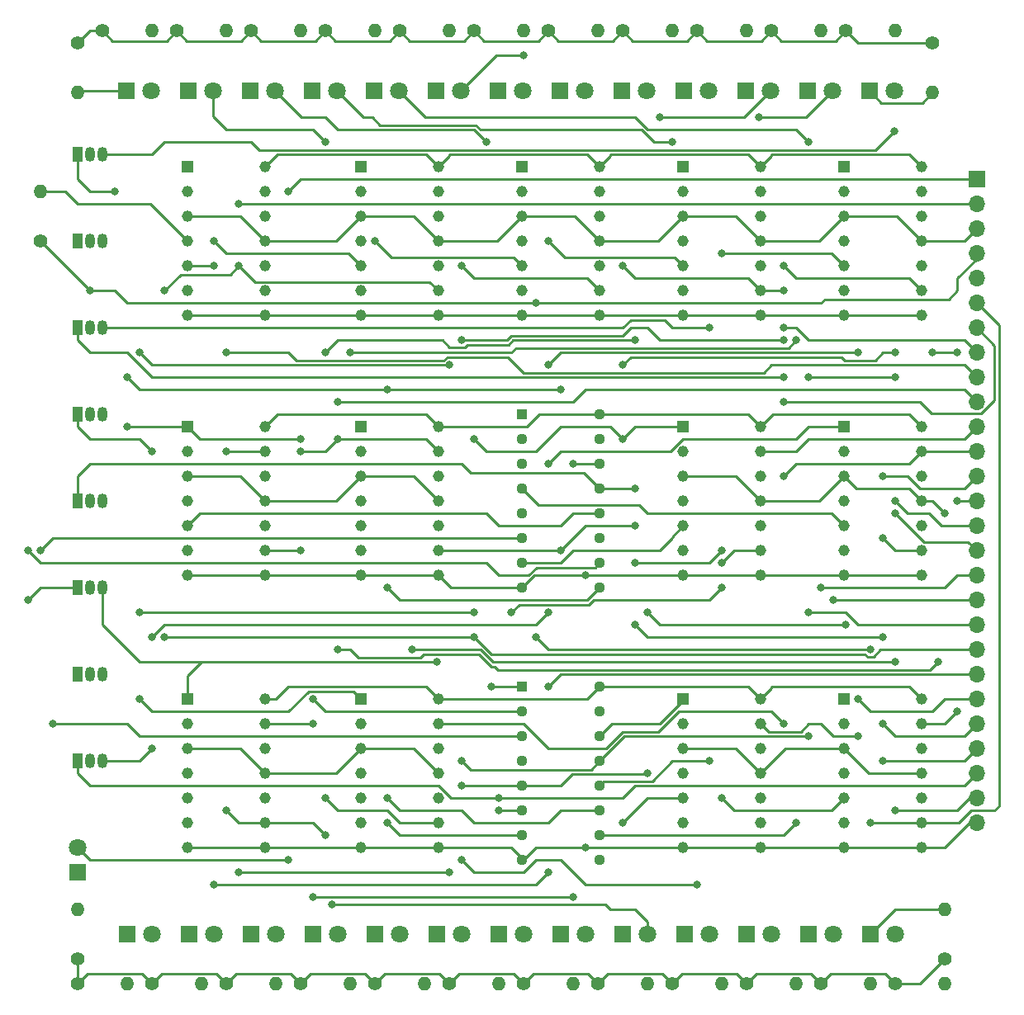
<source format=gbl>
%TF.GenerationSoftware,KiCad,Pcbnew,(6.0.9)*%
%TF.CreationDate,2025-06-05T13:51:01-04:00*%
%TF.ProjectId,ShiftRegisterPrototypeV2,53686966-7452-4656-9769-737465725072,V2*%
%TF.SameCoordinates,Original*%
%TF.FileFunction,Copper,L2,Bot*%
%TF.FilePolarity,Positive*%
%FSLAX46Y46*%
G04 Gerber Fmt 4.6, Leading zero omitted, Abs format (unit mm)*
G04 Created by KiCad (PCBNEW (6.0.9)) date 2025-06-05 13:51:01*
%MOMM*%
%LPD*%
G01*
G04 APERTURE LIST*
%TA.AperFunction,ComponentPad*%
%ADD10R,1.170000X1.170000*%
%TD*%
%TA.AperFunction,ComponentPad*%
%ADD11C,1.170000*%
%TD*%
%TA.AperFunction,ComponentPad*%
%ADD12R,1.050000X1.500000*%
%TD*%
%TA.AperFunction,ComponentPad*%
%ADD13O,1.050000X1.500000*%
%TD*%
%TA.AperFunction,ComponentPad*%
%ADD14R,1.800000X1.800000*%
%TD*%
%TA.AperFunction,ComponentPad*%
%ADD15C,1.800000*%
%TD*%
%TA.AperFunction,ComponentPad*%
%ADD16C,1.400000*%
%TD*%
%TA.AperFunction,ComponentPad*%
%ADD17O,1.400000X1.400000*%
%TD*%
%TA.AperFunction,ComponentPad*%
%ADD18R,1.130000X1.130000*%
%TD*%
%TA.AperFunction,ComponentPad*%
%ADD19C,1.130000*%
%TD*%
%TA.AperFunction,ComponentPad*%
%ADD20R,1.700000X1.700000*%
%TD*%
%TA.AperFunction,ComponentPad*%
%ADD21O,1.700000X1.700000*%
%TD*%
%TA.AperFunction,ViaPad*%
%ADD22C,0.800000*%
%TD*%
%TA.AperFunction,Conductor*%
%ADD23C,0.250000*%
%TD*%
G04 APERTURE END LIST*
D10*
%TO.P,U3,1,Q1*%
%TO.N,Net-(D6-Pad2)*%
X157955000Y-56700000D03*
D11*
%TO.P,U3,2,~{Q1}*%
%TO.N,unconnected-(U3-Pad2)*%
X157955000Y-59240000D03*
%TO.P,U3,3,CLOCK1*%
%TO.N,clk*%
X157955000Y-61780000D03*
%TO.P,U3,4,RESET1*%
%TO.N,gnd*%
X157955000Y-64320000D03*
%TO.P,U3,5,D1*%
%TO.N,Net-(D4-Pad2)*%
X157955000Y-66860000D03*
%TO.P,U3,6,SET1*%
%TO.N,gnd*%
X157955000Y-69400000D03*
%TO.P,U3,7,VSS*%
X157955000Y-71940000D03*
%TO.P,U3,8,SET2*%
X165895000Y-71940000D03*
%TO.P,U3,9,D2*%
%TO.N,A11*%
X165895000Y-69400000D03*
%TO.P,U3,10,RESET2*%
%TO.N,gnd*%
X165895000Y-66860000D03*
%TO.P,U3,11,CLOCK2*%
%TO.N,clk*%
X165895000Y-64320000D03*
%TO.P,U3,12,~{Q2}*%
%TO.N,unconnected-(U3-Pad12)*%
X165895000Y-61780000D03*
%TO.P,U3,13,Q2*%
%TO.N,A10*%
X165895000Y-59240000D03*
%TO.P,U3,14,VDD*%
%TO.N,pwr*%
X165895000Y-56700000D03*
%TD*%
D10*
%TO.P,U12,1,Q1*%
%TO.N,/data2_ff*%
X141445000Y-111310000D03*
D11*
%TO.P,U12,2,~{Q1}*%
%TO.N,unconnected-(U12-Pad2)*%
X141445000Y-113850000D03*
%TO.P,U12,3,CLOCK1*%
%TO.N,clk*%
X141445000Y-116390000D03*
%TO.P,U12,4,RESET1*%
%TO.N,gnd*%
X141445000Y-118930000D03*
%TO.P,U12,5,D1*%
%TO.N,d2*%
X141445000Y-121470000D03*
%TO.P,U12,6,SET1*%
%TO.N,gnd*%
X141445000Y-124010000D03*
%TO.P,U12,7,VSS*%
X141445000Y-126550000D03*
%TO.P,U12,8,SET2*%
X149385000Y-126550000D03*
%TO.P,U12,9,D2*%
%TO.N,A3*%
X149385000Y-124010000D03*
%TO.P,U12,10,RESET2*%
%TO.N,gnd*%
X149385000Y-121470000D03*
%TO.P,U12,11,CLOCK2*%
%TO.N,clk*%
X149385000Y-118930000D03*
%TO.P,U12,12,~{Q2}*%
%TO.N,unconnected-(U12-Pad12)*%
X149385000Y-116390000D03*
%TO.P,U12,13,Q2*%
%TO.N,A2*%
X149385000Y-113850000D03*
%TO.P,U12,14,VDD*%
%TO.N,pwr*%
X149385000Y-111310000D03*
%TD*%
D12*
%TO.P,Q7,1,C*%
%TO.N,D1*%
X112395000Y-73210000D03*
D13*
%TO.P,Q7,2,B*%
%TO.N,load*%
X113665000Y-73210000D03*
%TO.P,Q7,3,E*%
%TO.N,/data1_ff*%
X114935000Y-73210000D03*
%TD*%
D10*
%TO.P,U4,1,Q1*%
%TO.N,Net-(D8-Pad2)*%
X174465000Y-56700000D03*
D11*
%TO.P,U4,2,~{Q1}*%
%TO.N,unconnected-(U4-Pad2)*%
X174465000Y-59240000D03*
%TO.P,U4,3,CLOCK1*%
%TO.N,clk*%
X174465000Y-61780000D03*
%TO.P,U4,4,RESET1*%
%TO.N,gnd*%
X174465000Y-64320000D03*
%TO.P,U4,5,D1*%
%TO.N,Net-(D6-Pad2)*%
X174465000Y-66860000D03*
%TO.P,U4,6,SET1*%
%TO.N,gnd*%
X174465000Y-69400000D03*
%TO.P,U4,7,VSS*%
X174465000Y-71940000D03*
%TO.P,U4,8,SET2*%
X182405000Y-71940000D03*
%TO.P,U4,9,D2*%
%TO.N,A10*%
X182405000Y-69400000D03*
%TO.P,U4,10,RESET2*%
%TO.N,gnd*%
X182405000Y-66860000D03*
%TO.P,U4,11,CLOCK2*%
%TO.N,clk*%
X182405000Y-64320000D03*
%TO.P,U4,12,~{Q2}*%
%TO.N,unconnected-(U4-Pad12)*%
X182405000Y-61780000D03*
%TO.P,U4,13,Q2*%
%TO.N,A9*%
X182405000Y-59240000D03*
%TO.P,U4,14,VDD*%
%TO.N,pwr*%
X182405000Y-56700000D03*
%TD*%
D12*
%TO.P,Q4,1,C*%
%TO.N,D4*%
X112395000Y-90990000D03*
D13*
%TO.P,Q4,2,B*%
%TO.N,load*%
X113665000Y-90990000D03*
%TO.P,Q4,3,E*%
%TO.N,/data4_ff*%
X114935000Y-90990000D03*
%TD*%
D14*
%TO.P,D12,1,K*%
%TO.N,Net-(D12-Pad1)*%
X149108465Y-48890000D03*
D15*
%TO.P,D12,2,A*%
%TO.N,/data7_ff*%
X151648465Y-48890000D03*
%TD*%
D14*
%TO.P,D16,1,K*%
%TO.N,Net-(D16-Pad1)*%
X161808465Y-48890000D03*
D15*
%TO.P,D16,2,A*%
%TO.N,/data5_ff*%
X164348465Y-48890000D03*
%TD*%
D10*
%TO.P,U7,1,Q1*%
%TO.N,/data6_ff*%
X174465000Y-83370000D03*
D11*
%TO.P,U7,2,~{Q1}*%
%TO.N,unconnected-(U7-Pad2)*%
X174465000Y-85910000D03*
%TO.P,U7,3,CLOCK1*%
%TO.N,clk*%
X174465000Y-88450000D03*
%TO.P,U7,4,RESET1*%
%TO.N,gnd*%
X174465000Y-90990000D03*
%TO.P,U7,5,D1*%
%TO.N,d6*%
X174465000Y-93530000D03*
%TO.P,U7,6,SET1*%
%TO.N,gnd*%
X174465000Y-96070000D03*
%TO.P,U7,7,VSS*%
X174465000Y-98610000D03*
%TO.P,U7,8,SET2*%
X182405000Y-98610000D03*
%TO.P,U7,9,D2*%
%TO.N,A7*%
X182405000Y-96070000D03*
%TO.P,U7,10,RESET2*%
%TO.N,gnd*%
X182405000Y-93530000D03*
%TO.P,U7,11,CLOCK2*%
%TO.N,clk*%
X182405000Y-90990000D03*
%TO.P,U7,12,~{Q2}*%
%TO.N,unconnected-(U7-Pad12)*%
X182405000Y-88450000D03*
%TO.P,U7,13,Q2*%
%TO.N,A6*%
X182405000Y-85910000D03*
%TO.P,U7,14,VDD*%
%TO.N,pwr*%
X182405000Y-83370000D03*
%TD*%
D10*
%TO.P,U10,1,Q1*%
%TO.N,/data4_ff*%
X123665000Y-83370000D03*
D11*
%TO.P,U10,2,~{Q1}*%
%TO.N,unconnected-(U10-Pad2)*%
X123665000Y-85910000D03*
%TO.P,U10,3,CLOCK1*%
%TO.N,clk*%
X123665000Y-88450000D03*
%TO.P,U10,4,RESET1*%
%TO.N,gnd*%
X123665000Y-90990000D03*
%TO.P,U10,5,D1*%
%TO.N,d4*%
X123665000Y-93530000D03*
%TO.P,U10,6,SET1*%
%TO.N,gnd*%
X123665000Y-96070000D03*
%TO.P,U10,7,VSS*%
X123665000Y-98610000D03*
%TO.P,U10,8,SET2*%
X131605000Y-98610000D03*
%TO.P,U10,9,D2*%
%TO.N,A5*%
X131605000Y-96070000D03*
%TO.P,U10,10,RESET2*%
%TO.N,gnd*%
X131605000Y-93530000D03*
%TO.P,U10,11,CLOCK2*%
%TO.N,clk*%
X131605000Y-90990000D03*
%TO.P,U10,12,~{Q2}*%
%TO.N,unconnected-(U10-Pad12)*%
X131605000Y-88450000D03*
%TO.P,U10,13,Q2*%
%TO.N,A4*%
X131605000Y-85910000D03*
%TO.P,U10,14,VDD*%
%TO.N,pwr*%
X131605000Y-83370000D03*
%TD*%
D16*
%TO.P,R11,1*%
%TO.N,gnd*%
X142875000Y-140520000D03*
D17*
%TO.P,R11,2*%
%TO.N,Net-(D11-Pad1)*%
X147955000Y-140520000D03*
%TD*%
D14*
%TO.P,D22,1,K*%
%TO.N,Net-(D22-Pad1)*%
X180858465Y-48890000D03*
D15*
%TO.P,D22,2,A*%
%TO.N,/data2_ff*%
X183398465Y-48890000D03*
%TD*%
D16*
%TO.P,R10,1*%
%TO.N,gnd*%
X137795000Y-42730000D03*
D17*
%TO.P,R10,2*%
%TO.N,Net-(D10-Pad1)*%
X142875000Y-42730000D03*
%TD*%
D14*
%TO.P,D9,1,K*%
%TO.N,Net-(D9-Pad1)*%
X136525000Y-135440000D03*
D15*
%TO.P,D9,2,A*%
%TO.N,A9*%
X139065000Y-135440000D03*
%TD*%
D16*
%TO.P,R6,1*%
%TO.N,gnd*%
X122555000Y-42730000D03*
D17*
%TO.P,R6,2*%
%TO.N,Net-(D6-Pad1)*%
X127635000Y-42730000D03*
%TD*%
D14*
%TO.P,D21,1,K*%
%TO.N,Net-(D21-Pad1)*%
X174625000Y-135440000D03*
D15*
%TO.P,D21,2,A*%
%TO.N,A3*%
X177165000Y-135440000D03*
%TD*%
D16*
%TO.P,R5,1*%
%TO.N,gnd*%
X120015000Y-140520000D03*
D17*
%TO.P,R5,2*%
%TO.N,Net-(D5-Pad1)*%
X125095000Y-140520000D03*
%TD*%
D12*
%TO.P,Q1,1,C*%
%TO.N,D7*%
X112395000Y-117660000D03*
D13*
%TO.P,Q1,2,B*%
%TO.N,load*%
X113665000Y-117660000D03*
%TO.P,Q1,3,E*%
%TO.N,/data7_ff*%
X114935000Y-117660000D03*
%TD*%
D16*
%TO.P,R1,1*%
%TO.N,gnd*%
X112395000Y-137980000D03*
D17*
%TO.P,R1,2*%
%TO.N,Net-(D1-Pad1)*%
X112395000Y-132900000D03*
%TD*%
D14*
%TO.P,D5,1,K*%
%TO.N,Net-(D5-Pad1)*%
X123825000Y-135440000D03*
D15*
%TO.P,D5,2,A*%
%TO.N,A11*%
X126365000Y-135440000D03*
%TD*%
D14*
%TO.P,D3,1,K*%
%TO.N,Net-(D3-Pad1)*%
X117475000Y-135440000D03*
D15*
%TO.P,D3,2,A*%
%TO.N,A12*%
X120015000Y-135440000D03*
%TD*%
D10*
%TO.P,U1,1,Q1*%
%TO.N,Net-(D2-Pad2)*%
X123665000Y-56700000D03*
D11*
%TO.P,U1,2,~{Q1}*%
%TO.N,unconnected-(U1-Pad2)*%
X123665000Y-59240000D03*
%TO.P,U1,3,CLOCK1*%
%TO.N,clk*%
X123665000Y-61780000D03*
%TO.P,U1,4,RESET1*%
%TO.N,gnd*%
X123665000Y-64320000D03*
%TO.P,U1,5,D1*%
%TO.N,data_rx*%
X123665000Y-66860000D03*
%TO.P,U1,6,SET1*%
%TO.N,gnd*%
X123665000Y-69400000D03*
%TO.P,U1,7,VSS*%
X123665000Y-71940000D03*
%TO.P,U1,8,SET2*%
X131605000Y-71940000D03*
%TO.P,U1,9,D2*%
%TO.N,addr*%
X131605000Y-69400000D03*
%TO.P,U1,10,RESET2*%
%TO.N,gnd*%
X131605000Y-66860000D03*
%TO.P,U1,11,CLOCK2*%
%TO.N,clk*%
X131605000Y-64320000D03*
%TO.P,U1,12,~{Q2}*%
%TO.N,unconnected-(U1-Pad12)*%
X131605000Y-61780000D03*
%TO.P,U1,13,Q2*%
%TO.N,A12*%
X131605000Y-59240000D03*
%TO.P,U1,14,VDD*%
%TO.N,pwr*%
X131605000Y-56700000D03*
%TD*%
D16*
%TO.P,R27,1*%
%TO.N,gnd*%
X201295000Y-137980000D03*
D17*
%TO.P,R27,2*%
%TO.N,Net-(D27-Pad1)*%
X201295000Y-132900000D03*
%TD*%
D16*
%TO.P,R2,1*%
%TO.N,gnd*%
X112395000Y-44000000D03*
D17*
%TO.P,R2,2*%
%TO.N,Net-(D2-Pad1)*%
X112395000Y-49080000D03*
%TD*%
D14*
%TO.P,D4,1,K*%
%TO.N,Net-(D4-Pad1)*%
X123708465Y-48890000D03*
D15*
%TO.P,D4,2,A*%
%TO.N,Net-(D4-Pad2)*%
X126248465Y-48890000D03*
%TD*%
D18*
%TO.P,U8,1,~{A}/B*%
%TO.N,load*%
X157955000Y-82100000D03*
D19*
%TO.P,U8,2,1A*%
%TO.N,/data8_ff*%
X157955000Y-84640000D03*
%TO.P,U8,3,1B*%
%TO.N,D7*%
X157955000Y-87180000D03*
%TO.P,U8,4,1Y*%
%TO.N,d7*%
X157955000Y-89720000D03*
%TO.P,U8,5,2A*%
%TO.N,/data7_ff*%
X157955000Y-92260000D03*
%TO.P,U8,6,2B*%
%TO.N,D6*%
X157955000Y-94800000D03*
%TO.P,U8,7,2Y*%
%TO.N,d6*%
X157955000Y-97340000D03*
%TO.P,U8,8,GND*%
%TO.N,gnd*%
X157955000Y-99880000D03*
%TO.P,U8,9,3Y*%
%TO.N,d5*%
X165895000Y-99880000D03*
%TO.P,U8,10,3B*%
%TO.N,D5*%
X165895000Y-97340000D03*
%TO.P,U8,11,3A*%
%TO.N,/data6_ff*%
X165895000Y-94800000D03*
%TO.P,U8,12,4Y*%
%TO.N,d4*%
X165895000Y-92260000D03*
%TO.P,U8,13,4B*%
%TO.N,D4*%
X165895000Y-89720000D03*
%TO.P,U8,14,4A*%
%TO.N,/data5_ff*%
X165895000Y-87180000D03*
%TO.P,U8,15,~{OE}*%
%TO.N,gnd*%
X165895000Y-84640000D03*
%TO.P,U8,16,VCC*%
%TO.N,pwr*%
X165895000Y-82100000D03*
%TD*%
D14*
%TO.P,D10,1,K*%
%TO.N,Net-(D10-Pad1)*%
X142758465Y-48890000D03*
D15*
%TO.P,D10,2,A*%
%TO.N,/data8_ff*%
X145298465Y-48890000D03*
%TD*%
D10*
%TO.P,U15,1,Q1*%
%TO.N,/data0_ff*%
X190975000Y-111310000D03*
D11*
%TO.P,U15,2,~{Q1}*%
%TO.N,unconnected-(U15-Pad2)*%
X190975000Y-113850000D03*
%TO.P,U15,3,CLOCK1*%
%TO.N,clk*%
X190975000Y-116390000D03*
%TO.P,U15,4,RESET1*%
%TO.N,gnd*%
X190975000Y-118930000D03*
%TO.P,U15,5,D1*%
%TO.N,d0*%
X190975000Y-121470000D03*
%TO.P,U15,6,SET1*%
%TO.N,gnd*%
X190975000Y-124010000D03*
%TO.P,U15,7,VSS*%
X190975000Y-126550000D03*
%TO.P,U15,8,SET2*%
X198915000Y-126550000D03*
%TO.P,U15,9,D2*%
%TO.N,A1*%
X198915000Y-124010000D03*
%TO.P,U15,10,RESET2*%
%TO.N,gnd*%
X198915000Y-121470000D03*
%TO.P,U15,11,CLOCK2*%
%TO.N,clk*%
X198915000Y-118930000D03*
%TO.P,U15,12,~{Q2}*%
%TO.N,unconnected-(U15-Pad12)*%
X198915000Y-116390000D03*
%TO.P,U15,13,Q2*%
%TO.N,A0*%
X198915000Y-113850000D03*
%TO.P,U15,14,VDD*%
%TO.N,pwr*%
X198915000Y-111310000D03*
%TD*%
D14*
%TO.P,D7,1,K*%
%TO.N,Net-(D7-Pad1)*%
X130175000Y-135440000D03*
D15*
%TO.P,D7,2,A*%
%TO.N,A10*%
X132715000Y-135440000D03*
%TD*%
D14*
%TO.P,D26,1,K*%
%TO.N,Net-(D26-Pad1)*%
X193558465Y-48890000D03*
D15*
%TO.P,D26,2,A*%
%TO.N,/data0_ff*%
X196098465Y-48890000D03*
%TD*%
D14*
%TO.P,D13,1,K*%
%TO.N,Net-(D13-Pad1)*%
X149225000Y-135440000D03*
D15*
%TO.P,D13,2,A*%
%TO.N,A7*%
X151765000Y-135440000D03*
%TD*%
D16*
%TO.P,R24,1*%
%TO.N,gnd*%
X191135000Y-42730000D03*
D17*
%TO.P,R24,2*%
%TO.N,Net-(D24-Pad1)*%
X196215000Y-42730000D03*
%TD*%
D16*
%TO.P,R20,1*%
%TO.N,gnd*%
X175895000Y-42730000D03*
D17*
%TO.P,R20,2*%
%TO.N,Net-(D20-Pad1)*%
X180975000Y-42730000D03*
%TD*%
D14*
%TO.P,D8,1,K*%
%TO.N,Net-(D8-Pad1)*%
X136408465Y-48890000D03*
D15*
%TO.P,D8,2,A*%
%TO.N,Net-(D8-Pad2)*%
X138948465Y-48890000D03*
%TD*%
D14*
%TO.P,D23,1,K*%
%TO.N,Net-(D23-Pad1)*%
X180975000Y-135440000D03*
D15*
%TO.P,D23,2,A*%
%TO.N,A2*%
X183515000Y-135440000D03*
%TD*%
D14*
%TO.P,D27,1,K*%
%TO.N,Net-(D27-Pad1)*%
X193675000Y-135440000D03*
D15*
%TO.P,D27,2,A*%
%TO.N,A0*%
X196215000Y-135440000D03*
%TD*%
D12*
%TO.P,Q8,1,C*%
%TO.N,D0*%
X112395000Y-55430000D03*
D13*
%TO.P,Q8,2,B*%
%TO.N,load*%
X113665000Y-55430000D03*
%TO.P,Q8,3,E*%
%TO.N,/data0_ff*%
X114935000Y-55430000D03*
%TD*%
D16*
%TO.P,R26,1*%
%TO.N,gnd*%
X200025000Y-44000000D03*
D17*
%TO.P,R26,2*%
%TO.N,Net-(D26-Pad1)*%
X200025000Y-49080000D03*
%TD*%
D10*
%TO.P,U11,1,Q1*%
%TO.N,/data3_ff*%
X123665000Y-111310000D03*
D11*
%TO.P,U11,2,~{Q1}*%
%TO.N,unconnected-(U11-Pad2)*%
X123665000Y-113850000D03*
%TO.P,U11,3,CLOCK1*%
%TO.N,clk*%
X123665000Y-116390000D03*
%TO.P,U11,4,RESET1*%
%TO.N,gnd*%
X123665000Y-118930000D03*
%TO.P,U11,5,D1*%
%TO.N,d3*%
X123665000Y-121470000D03*
%TO.P,U11,6,SET1*%
%TO.N,gnd*%
X123665000Y-124010000D03*
%TO.P,U11,7,VSS*%
X123665000Y-126550000D03*
%TO.P,U11,8,SET2*%
X131605000Y-126550000D03*
%TO.P,U11,9,D2*%
%TO.N,A4*%
X131605000Y-124010000D03*
%TO.P,U11,10,RESET2*%
%TO.N,gnd*%
X131605000Y-121470000D03*
%TO.P,U11,11,CLOCK2*%
%TO.N,clk*%
X131605000Y-118930000D03*
%TO.P,U11,12,~{Q2}*%
%TO.N,unconnected-(U11-Pad12)*%
X131605000Y-116390000D03*
%TO.P,U11,13,Q2*%
%TO.N,A3*%
X131605000Y-113850000D03*
%TO.P,U11,14,VDD*%
%TO.N,pwr*%
X131605000Y-111310000D03*
%TD*%
D12*
%TO.P,Q3,1,C*%
%TO.N,D5*%
X112395000Y-64320000D03*
D13*
%TO.P,Q3,2,B*%
%TO.N,load*%
X113665000Y-64320000D03*
%TO.P,Q3,3,E*%
%TO.N,/data5_ff*%
X114935000Y-64320000D03*
%TD*%
D14*
%TO.P,D18,1,K*%
%TO.N,Net-(D18-Pad1)*%
X168158465Y-48890000D03*
D15*
%TO.P,D18,2,A*%
%TO.N,/data4_ff*%
X170698465Y-48890000D03*
%TD*%
D16*
%TO.P,R3,1*%
%TO.N,gnd*%
X112395000Y-140520000D03*
D17*
%TO.P,R3,2*%
%TO.N,Net-(D3-Pad1)*%
X117475000Y-140520000D03*
%TD*%
D16*
%TO.P,R18,1*%
%TO.N,gnd*%
X168275000Y-42730000D03*
D17*
%TO.P,R18,2*%
%TO.N,Net-(D18-Pad1)*%
X173355000Y-42730000D03*
%TD*%
D16*
%TO.P,R16,1*%
%TO.N,gnd*%
X160655000Y-42730000D03*
D17*
%TO.P,R16,2*%
%TO.N,Net-(D16-Pad1)*%
X165735000Y-42730000D03*
%TD*%
D16*
%TO.P,R23,1*%
%TO.N,gnd*%
X188595000Y-140520000D03*
D17*
%TO.P,R23,2*%
%TO.N,Net-(D23-Pad1)*%
X193675000Y-140520000D03*
%TD*%
D10*
%TO.P,U14,1,Q1*%
%TO.N,/data1_ff*%
X174465000Y-111310000D03*
D11*
%TO.P,U14,2,~{Q1}*%
%TO.N,unconnected-(U14-Pad2)*%
X174465000Y-113850000D03*
%TO.P,U14,3,CLOCK1*%
%TO.N,clk*%
X174465000Y-116390000D03*
%TO.P,U14,4,RESET1*%
%TO.N,gnd*%
X174465000Y-118930000D03*
%TO.P,U14,5,D1*%
%TO.N,d1*%
X174465000Y-121470000D03*
%TO.P,U14,6,SET1*%
%TO.N,gnd*%
X174465000Y-124010000D03*
%TO.P,U14,7,VSS*%
X174465000Y-126550000D03*
%TO.P,U14,8,SET2*%
X182405000Y-126550000D03*
%TO.P,U14,9,D2*%
%TO.N,A2*%
X182405000Y-124010000D03*
%TO.P,U14,10,RESET2*%
%TO.N,gnd*%
X182405000Y-121470000D03*
%TO.P,U14,11,CLOCK2*%
%TO.N,clk*%
X182405000Y-118930000D03*
%TO.P,U14,12,~{Q2}*%
%TO.N,unconnected-(U14-Pad12)*%
X182405000Y-116390000D03*
%TO.P,U14,13,Q2*%
%TO.N,A1*%
X182405000Y-113850000D03*
%TO.P,U14,14,VDD*%
%TO.N,pwr*%
X182405000Y-111310000D03*
%TD*%
D16*
%TO.P,R9,1*%
%TO.N,gnd*%
X135255000Y-140520000D03*
D17*
%TO.P,R9,2*%
%TO.N,Net-(D9-Pad1)*%
X140335000Y-140520000D03*
%TD*%
D10*
%TO.P,U9,1,Q1*%
%TO.N,/data5_ff*%
X141445000Y-83370000D03*
D11*
%TO.P,U9,2,~{Q1}*%
%TO.N,unconnected-(U9-Pad2)*%
X141445000Y-85910000D03*
%TO.P,U9,3,CLOCK1*%
%TO.N,clk*%
X141445000Y-88450000D03*
%TO.P,U9,4,RESET1*%
%TO.N,gnd*%
X141445000Y-90990000D03*
%TO.P,U9,5,D1*%
%TO.N,d5*%
X141445000Y-93530000D03*
%TO.P,U9,6,SET1*%
%TO.N,gnd*%
X141445000Y-96070000D03*
%TO.P,U9,7,VSS*%
X141445000Y-98610000D03*
%TO.P,U9,8,SET2*%
X149385000Y-98610000D03*
%TO.P,U9,9,D2*%
%TO.N,A6*%
X149385000Y-96070000D03*
%TO.P,U9,10,RESET2*%
%TO.N,gnd*%
X149385000Y-93530000D03*
%TO.P,U9,11,CLOCK2*%
%TO.N,clk*%
X149385000Y-90990000D03*
%TO.P,U9,12,~{Q2}*%
%TO.N,unconnected-(U9-Pad12)*%
X149385000Y-88450000D03*
%TO.P,U9,13,Q2*%
%TO.N,A5*%
X149385000Y-85910000D03*
%TO.P,U9,14,VDD*%
%TO.N,pwr*%
X149385000Y-83370000D03*
%TD*%
D14*
%TO.P,D2,1,K*%
%TO.N,Net-(D2-Pad1)*%
X117358465Y-48890000D03*
D15*
%TO.P,D2,2,A*%
%TO.N,Net-(D2-Pad2)*%
X119898465Y-48890000D03*
%TD*%
D16*
%TO.P,R4,1*%
%TO.N,gnd*%
X114935000Y-42730000D03*
D17*
%TO.P,R4,2*%
%TO.N,Net-(D4-Pad1)*%
X120015000Y-42730000D03*
%TD*%
D12*
%TO.P,Q2,1,C*%
%TO.N,D6*%
X112395000Y-108770000D03*
D13*
%TO.P,Q2,2,B*%
%TO.N,load*%
X113665000Y-108770000D03*
%TO.P,Q2,3,E*%
%TO.N,/data6_ff*%
X114935000Y-108770000D03*
%TD*%
D16*
%TO.P,R22,1*%
%TO.N,gnd*%
X183515000Y-42730000D03*
D17*
%TO.P,R22,2*%
%TO.N,Net-(D22-Pad1)*%
X188595000Y-42730000D03*
%TD*%
D18*
%TO.P,U13,1,~{A}/B*%
%TO.N,load*%
X157955000Y-110040000D03*
D19*
%TO.P,U13,2,1A*%
%TO.N,/data4_ff*%
X157955000Y-112580000D03*
%TO.P,U13,3,1B*%
%TO.N,D3*%
X157955000Y-115120000D03*
%TO.P,U13,4,1Y*%
%TO.N,d3*%
X157955000Y-117660000D03*
%TO.P,U13,5,2A*%
%TO.N,/data3_ff*%
X157955000Y-120200000D03*
%TO.P,U13,6,2B*%
%TO.N,D2*%
X157955000Y-122740000D03*
%TO.P,U13,7,2Y*%
%TO.N,d2*%
X157955000Y-125280000D03*
%TO.P,U13,8,GND*%
%TO.N,gnd*%
X157955000Y-127820000D03*
%TO.P,U13,9,3Y*%
%TO.N,d1*%
X165895000Y-127820000D03*
%TO.P,U13,10,3B*%
%TO.N,D1*%
X165895000Y-125280000D03*
%TO.P,U13,11,3A*%
%TO.N,/data2_ff*%
X165895000Y-122740000D03*
%TO.P,U13,12,4Y*%
%TO.N,d0*%
X165895000Y-120200000D03*
%TO.P,U13,13,4B*%
%TO.N,D0*%
X165895000Y-117660000D03*
%TO.P,U13,14,4A*%
%TO.N,/data1_ff*%
X165895000Y-115120000D03*
%TO.P,U13,15,~{OE}*%
%TO.N,gnd*%
X165895000Y-112580000D03*
%TO.P,U13,16,VCC*%
%TO.N,pwr*%
X165895000Y-110040000D03*
%TD*%
D14*
%TO.P,D6,1,K*%
%TO.N,Net-(D6-Pad1)*%
X130058465Y-48890000D03*
D15*
%TO.P,D6,2,A*%
%TO.N,Net-(D6-Pad2)*%
X132598465Y-48890000D03*
%TD*%
D16*
%TO.P,R28,1*%
%TO.N,load*%
X108585000Y-64320000D03*
D17*
%TO.P,R28,2*%
%TO.N,gnd*%
X108585000Y-59240000D03*
%TD*%
D14*
%TO.P,D24,1,K*%
%TO.N,Net-(D24-Pad1)*%
X187208465Y-48890000D03*
D15*
%TO.P,D24,2,A*%
%TO.N,/data1_ff*%
X189748465Y-48890000D03*
%TD*%
D16*
%TO.P,R7,1*%
%TO.N,gnd*%
X127635000Y-140520000D03*
D17*
%TO.P,R7,2*%
%TO.N,Net-(D7-Pad1)*%
X132715000Y-140520000D03*
%TD*%
D20*
%TO.P,J1,1,Pin_1*%
%TO.N,addr*%
X204540000Y-57970000D03*
D21*
%TO.P,J1,2,Pin_2*%
%TO.N,data_rx*%
X204540000Y-60510000D03*
%TO.P,J1,3,Pin_3*%
%TO.N,clk*%
X204540000Y-63050000D03*
%TO.P,J1,4,Pin_4*%
%TO.N,load*%
X204540000Y-65590000D03*
%TO.P,J1,5,Pin_5*%
%TO.N,A0*%
X204540000Y-68130000D03*
%TO.P,J1,6,Pin_6*%
%TO.N,A1*%
X204540000Y-70670000D03*
%TO.P,J1,7,Pin_7*%
%TO.N,A2*%
X204540000Y-73210000D03*
%TO.P,J1,8,Pin_8*%
%TO.N,A3*%
X204540000Y-75750000D03*
%TO.P,J1,9,Pin_9*%
%TO.N,A4*%
X204540000Y-78290000D03*
%TO.P,J1,10,Pin_10*%
%TO.N,A5*%
X204540000Y-80830000D03*
%TO.P,J1,11,Pin_11*%
%TO.N,A6*%
X204540000Y-83370000D03*
%TO.P,J1,12,Pin_12*%
%TO.N,A7*%
X204540000Y-85910000D03*
%TO.P,J1,13,Pin_13*%
%TO.N,A8*%
X204540000Y-88450000D03*
%TO.P,J1,14,Pin_14*%
%TO.N,A9*%
X204540000Y-90990000D03*
%TO.P,J1,15,Pin_15*%
%TO.N,A10*%
X204540000Y-93530000D03*
%TO.P,J1,16,Pin_16*%
%TO.N,A11*%
X204540000Y-96070000D03*
%TO.P,J1,17,Pin_17*%
%TO.N,A12*%
X204540000Y-98610000D03*
%TO.P,J1,18,Pin_18*%
%TO.N,D0*%
X204540000Y-101150000D03*
%TO.P,J1,19,Pin_19*%
%TO.N,D1*%
X204540000Y-103690000D03*
%TO.P,J1,20,Pin_20*%
%TO.N,D2*%
X204540000Y-106230000D03*
%TO.P,J1,21,Pin_21*%
%TO.N,D3*%
X204540000Y-108770000D03*
%TO.P,J1,22,Pin_22*%
%TO.N,D4*%
X204540000Y-111310000D03*
%TO.P,J1,23,Pin_23*%
%TO.N,D5*%
X204540000Y-113850000D03*
%TO.P,J1,24,Pin_24*%
%TO.N,D6*%
X204540000Y-116390000D03*
%TO.P,J1,25,Pin_25*%
%TO.N,D7*%
X204540000Y-118930000D03*
%TO.P,J1,26,Pin_26*%
%TO.N,pwr*%
X204540000Y-121470000D03*
%TO.P,J1,27,Pin_27*%
%TO.N,gnd*%
X204540000Y-124010000D03*
%TD*%
D12*
%TO.P,Q5,1,C*%
%TO.N,D3*%
X112395000Y-99880000D03*
D13*
%TO.P,Q5,2,B*%
%TO.N,load*%
X113665000Y-99880000D03*
%TO.P,Q5,3,E*%
%TO.N,/data3_ff*%
X114935000Y-99880000D03*
%TD*%
D14*
%TO.P,D14,1,K*%
%TO.N,Net-(D14-Pad1)*%
X155458465Y-48890000D03*
D15*
%TO.P,D14,2,A*%
%TO.N,/data6_ff*%
X157998465Y-48890000D03*
%TD*%
D16*
%TO.P,R13,1*%
%TO.N,gnd*%
X150495000Y-140520000D03*
D17*
%TO.P,R13,2*%
%TO.N,Net-(D13-Pad1)*%
X155575000Y-140520000D03*
%TD*%
D16*
%TO.P,R12,1*%
%TO.N,gnd*%
X145415000Y-42730000D03*
D17*
%TO.P,R12,2*%
%TO.N,Net-(D12-Pad1)*%
X150495000Y-42730000D03*
%TD*%
D14*
%TO.P,D1,1,K*%
%TO.N,Net-(D1-Pad1)*%
X112395000Y-129090000D03*
D15*
%TO.P,D1,2,A*%
%TO.N,pwr*%
X112395000Y-126550000D03*
%TD*%
D10*
%TO.P,U2,1,Q1*%
%TO.N,Net-(D4-Pad2)*%
X141445000Y-56700000D03*
D11*
%TO.P,U2,2,~{Q1}*%
%TO.N,unconnected-(U2-Pad2)*%
X141445000Y-59240000D03*
%TO.P,U2,3,CLOCK1*%
%TO.N,clk*%
X141445000Y-61780000D03*
%TO.P,U2,4,RESET1*%
%TO.N,gnd*%
X141445000Y-64320000D03*
%TO.P,U2,5,D1*%
%TO.N,Net-(D2-Pad2)*%
X141445000Y-66860000D03*
%TO.P,U2,6,SET1*%
%TO.N,gnd*%
X141445000Y-69400000D03*
%TO.P,U2,7,VSS*%
X141445000Y-71940000D03*
%TO.P,U2,8,SET2*%
X149385000Y-71940000D03*
%TO.P,U2,9,D2*%
%TO.N,A12*%
X149385000Y-69400000D03*
%TO.P,U2,10,RESET2*%
%TO.N,gnd*%
X149385000Y-66860000D03*
%TO.P,U2,11,CLOCK2*%
%TO.N,clk*%
X149385000Y-64320000D03*
%TO.P,U2,12,~{Q2}*%
%TO.N,unconnected-(U2-Pad12)*%
X149385000Y-61780000D03*
%TO.P,U2,13,Q2*%
%TO.N,A11*%
X149385000Y-59240000D03*
%TO.P,U2,14,VDD*%
%TO.N,pwr*%
X149385000Y-56700000D03*
%TD*%
D16*
%TO.P,R14,1*%
%TO.N,gnd*%
X153035000Y-42730000D03*
D17*
%TO.P,R14,2*%
%TO.N,Net-(D14-Pad1)*%
X158115000Y-42730000D03*
%TD*%
D10*
%TO.P,U5,1,Q1*%
%TO.N,/data8_ff*%
X190975000Y-56700000D03*
D11*
%TO.P,U5,2,~{Q1}*%
%TO.N,unconnected-(U5-Pad2)*%
X190975000Y-59240000D03*
%TO.P,U5,3,CLOCK1*%
%TO.N,clk*%
X190975000Y-61780000D03*
%TO.P,U5,4,RESET1*%
%TO.N,gnd*%
X190975000Y-64320000D03*
%TO.P,U5,5,D1*%
%TO.N,Net-(D8-Pad2)*%
X190975000Y-66860000D03*
%TO.P,U5,6,SET1*%
%TO.N,gnd*%
X190975000Y-69400000D03*
%TO.P,U5,7,VSS*%
X190975000Y-71940000D03*
%TO.P,U5,8,SET2*%
X198915000Y-71940000D03*
%TO.P,U5,9,D2*%
%TO.N,A9*%
X198915000Y-69400000D03*
%TO.P,U5,10,RESET2*%
%TO.N,gnd*%
X198915000Y-66860000D03*
%TO.P,U5,11,CLOCK2*%
%TO.N,clk*%
X198915000Y-64320000D03*
%TO.P,U5,12,~{Q2}*%
%TO.N,unconnected-(U5-Pad12)*%
X198915000Y-61780000D03*
%TO.P,U5,13,Q2*%
%TO.N,A8*%
X198915000Y-59240000D03*
%TO.P,U5,14,VDD*%
%TO.N,pwr*%
X198915000Y-56700000D03*
%TD*%
D16*
%TO.P,R17,1*%
%TO.N,gnd*%
X165735000Y-140520000D03*
D17*
%TO.P,R17,2*%
%TO.N,Net-(D17-Pad1)*%
X170815000Y-140520000D03*
%TD*%
D14*
%TO.P,D25,1,K*%
%TO.N,Net-(D25-Pad1)*%
X187325000Y-135440000D03*
D15*
%TO.P,D25,2,A*%
%TO.N,A1*%
X189865000Y-135440000D03*
%TD*%
D14*
%TO.P,D17,1,K*%
%TO.N,Net-(D17-Pad1)*%
X161925000Y-135440000D03*
D15*
%TO.P,D17,2,A*%
%TO.N,A5*%
X164465000Y-135440000D03*
%TD*%
D16*
%TO.P,R8,1*%
%TO.N,gnd*%
X130175000Y-42730000D03*
D17*
%TO.P,R8,2*%
%TO.N,Net-(D8-Pad1)*%
X135255000Y-42730000D03*
%TD*%
D10*
%TO.P,U6,1,Q1*%
%TO.N,/data7_ff*%
X190975000Y-83370000D03*
D11*
%TO.P,U6,2,~{Q1}*%
%TO.N,unconnected-(U6-Pad2)*%
X190975000Y-85910000D03*
%TO.P,U6,3,CLOCK1*%
%TO.N,clk*%
X190975000Y-88450000D03*
%TO.P,U6,4,RESET1*%
%TO.N,gnd*%
X190975000Y-90990000D03*
%TO.P,U6,5,D1*%
%TO.N,d7*%
X190975000Y-93530000D03*
%TO.P,U6,6,SET1*%
%TO.N,gnd*%
X190975000Y-96070000D03*
%TO.P,U6,7,VSS*%
X190975000Y-98610000D03*
%TO.P,U6,8,SET2*%
X198915000Y-98610000D03*
%TO.P,U6,9,D2*%
%TO.N,A8*%
X198915000Y-96070000D03*
%TO.P,U6,10,RESET2*%
%TO.N,gnd*%
X198915000Y-93530000D03*
%TO.P,U6,11,CLOCK2*%
%TO.N,clk*%
X198915000Y-90990000D03*
%TO.P,U6,12,~{Q2}*%
%TO.N,unconnected-(U6-Pad12)*%
X198915000Y-88450000D03*
%TO.P,U6,13,Q2*%
%TO.N,A7*%
X198915000Y-85910000D03*
%TO.P,U6,14,VDD*%
%TO.N,pwr*%
X198915000Y-83370000D03*
%TD*%
D16*
%TO.P,R19,1*%
%TO.N,gnd*%
X173355000Y-140520000D03*
D17*
%TO.P,R19,2*%
%TO.N,Net-(D19-Pad1)*%
X178435000Y-140520000D03*
%TD*%
D16*
%TO.P,R15,1*%
%TO.N,gnd*%
X158115000Y-140520000D03*
D17*
%TO.P,R15,2*%
%TO.N,Net-(D15-Pad1)*%
X163195000Y-140520000D03*
%TD*%
D14*
%TO.P,D20,1,K*%
%TO.N,Net-(D20-Pad1)*%
X174508465Y-48890000D03*
D15*
%TO.P,D20,2,A*%
%TO.N,/data3_ff*%
X177048465Y-48890000D03*
%TD*%
D14*
%TO.P,D19,1,K*%
%TO.N,Net-(D19-Pad1)*%
X168275000Y-135440000D03*
D15*
%TO.P,D19,2,A*%
%TO.N,A4*%
X170815000Y-135440000D03*
%TD*%
D16*
%TO.P,R25,1*%
%TO.N,gnd*%
X196215000Y-140520000D03*
D17*
%TO.P,R25,2*%
%TO.N,Net-(D25-Pad1)*%
X201295000Y-140520000D03*
%TD*%
D12*
%TO.P,Q6,1,C*%
%TO.N,D2*%
X112395000Y-82100000D03*
D13*
%TO.P,Q6,2,B*%
%TO.N,load*%
X113665000Y-82100000D03*
%TO.P,Q6,3,E*%
%TO.N,/data2_ff*%
X114935000Y-82100000D03*
%TD*%
D14*
%TO.P,D11,1,K*%
%TO.N,Net-(D11-Pad1)*%
X142875000Y-135440000D03*
D15*
%TO.P,D11,2,A*%
%TO.N,A8*%
X145415000Y-135440000D03*
%TD*%
D14*
%TO.P,D15,1,K*%
%TO.N,Net-(D15-Pad1)*%
X155575000Y-135440000D03*
D15*
%TO.P,D15,2,A*%
%TO.N,A6*%
X158115000Y-135440000D03*
%TD*%
D16*
%TO.P,R21,1*%
%TO.N,gnd*%
X180975000Y-140520000D03*
D17*
%TO.P,R21,2*%
%TO.N,Net-(D21-Pad1)*%
X186055000Y-140520000D03*
%TD*%
D22*
%TO.N,/data4_ff*%
X136525000Y-111310000D03*
%TO.N,A0*%
X202565000Y-112580000D03*
%TO.N,A9*%
X202565000Y-90990000D03*
%TO.N,A2*%
X184785000Y-80830000D03*
%TO.N,A3*%
X184785000Y-73210000D03*
%TO.N,A10*%
X140335000Y-75750000D03*
X186055000Y-74480000D03*
X184785000Y-69400000D03*
X187325000Y-78290000D03*
X196215000Y-78290000D03*
X196215000Y-90990000D03*
%TO.N,A11*%
X128905000Y-129090000D03*
X150495000Y-129090000D03*
X196215000Y-92260000D03*
X196215000Y-75750000D03*
X168275000Y-77020000D03*
%TO.N,A12*%
X151765000Y-74480000D03*
X184785000Y-74480000D03*
X188595000Y-99880000D03*
X121285000Y-69400000D03*
%TO.N,A9*%
X202565000Y-75750000D03*
X200025000Y-75750000D03*
%TO.N,clk*%
X201295000Y-92260000D03*
%TO.N,A9*%
X200570500Y-107500000D03*
X139065000Y-106230000D03*
%TO.N,A4*%
X127635000Y-75750000D03*
%TO.N,A5*%
X139065000Y-84640000D03*
X139065000Y-80830000D03*
%TO.N,A8*%
X194945000Y-88450000D03*
X196215000Y-107500000D03*
X146685000Y-106230000D03*
%TO.N,D2*%
X155575000Y-122740000D03*
%TO.N,A7*%
X156845000Y-102420000D03*
X178435000Y-99880000D03*
X178435000Y-97340000D03*
%TO.N,A1*%
X193675000Y-124010000D03*
X192405000Y-115120000D03*
%TO.N,A2*%
X184785000Y-113850000D03*
%TO.N,A3*%
X175895000Y-130360000D03*
X151765000Y-127820000D03*
X136525000Y-113850000D03*
X137795000Y-121470000D03*
%TO.N,A5*%
X163195000Y-131630000D03*
%TO.N,A4*%
X138430000Y-132354500D03*
X137795000Y-125280000D03*
X127635000Y-122740000D03*
X127635000Y-85910000D03*
%TO.N,A5*%
X136525000Y-131630000D03*
X135255000Y-85910000D03*
X135255000Y-96070000D03*
%TO.N,A6*%
X161925000Y-96070000D03*
X178435000Y-96070000D03*
X169545000Y-97340000D03*
X169545000Y-93530000D03*
%TO.N,/data0_ff*%
X196098465Y-53006535D03*
%TO.N,/data7_ff*%
X158115000Y-45270000D03*
%TO.N,/data1_ff*%
X177165000Y-73210000D03*
X182245000Y-51620000D03*
%TO.N,d0*%
X178435000Y-121470000D03*
X177165000Y-117660000D03*
%TO.N,/data2_ff*%
X172085000Y-51620000D03*
%TO.N,d1*%
X168275000Y-124010000D03*
%TO.N,pwr*%
X133985000Y-127820000D03*
%TO.N,d3*%
X126365000Y-130360000D03*
X160655000Y-129090000D03*
%TO.N,/data2_ff*%
X118745000Y-111310000D03*
%TO.N,/data4_ff*%
X117475000Y-83370000D03*
%TO.N,/data2_ff*%
X144145000Y-121470000D03*
%TO.N,/data3_ff*%
X170815000Y-118930000D03*
X149225000Y-107500000D03*
X151765000Y-120200000D03*
%TO.N,d2*%
X144145000Y-124010000D03*
%TO.N,/data4_ff*%
X169545000Y-74480000D03*
X137795000Y-75750000D03*
X135255000Y-84640000D03*
%TO.N,/data6_ff*%
X153035000Y-102420000D03*
X118745000Y-102420000D03*
%TO.N,/data5_ff*%
X117475000Y-78290000D03*
X144145000Y-79560000D03*
X161925000Y-79560000D03*
X163195000Y-87180000D03*
%TO.N,/data6_ff*%
X153035000Y-84640000D03*
X168275000Y-84640000D03*
%TO.N,D0*%
X116205000Y-59240000D03*
X118745000Y-75750000D03*
X150495000Y-77020000D03*
X151765000Y-117660000D03*
X187325000Y-115120000D03*
X189865000Y-101150000D03*
%TO.N,/data7_ff*%
X120015000Y-116390000D03*
%TO.N,D1*%
X186055000Y-124010000D03*
%TO.N,load*%
X154755000Y-110040000D03*
X113665000Y-69400000D03*
%TO.N,D1*%
X184785000Y-78290000D03*
X187325000Y-102420000D03*
%TO.N,D4*%
X169545000Y-89720000D03*
X170815000Y-102420000D03*
X191135000Y-103690000D03*
X192405000Y-111310000D03*
%TO.N,D3*%
X160655000Y-110040000D03*
%TO.N,D2*%
X120015000Y-85910000D03*
X121285000Y-104960000D03*
X153035000Y-104960000D03*
%TO.N,D3*%
X107315000Y-101150000D03*
X109855000Y-113850000D03*
%TO.N,D6*%
X194945000Y-117660000D03*
X193675000Y-106230000D03*
X159385000Y-104960000D03*
%TO.N,D5*%
X107315000Y-96070000D03*
X194945000Y-113850000D03*
X194945000Y-104960000D03*
X169545000Y-103690000D03*
%TO.N,d5*%
X144145000Y-99880000D03*
%TO.N,D6*%
X108585000Y-96070000D03*
%TO.N,/data7_ff*%
X120015000Y-104960000D03*
X160655000Y-102420000D03*
%TO.N,D7*%
X155575000Y-121470000D03*
%TO.N,load*%
X159385000Y-70670000D03*
%TO.N,A7*%
X184785000Y-88450000D03*
%TO.N,/data7_ff*%
X160655000Y-87180000D03*
%TO.N,A8*%
X194945000Y-94800000D03*
%TO.N,/data8_ff*%
X160655000Y-77020000D03*
X192405000Y-75750000D03*
X187325000Y-54160000D03*
%TO.N,Net-(D8-Pad2)*%
X173355000Y-54160000D03*
%TO.N,Net-(D6-Pad2)*%
X154305000Y-54160000D03*
%TO.N,Net-(D4-Pad2)*%
X137795000Y-54160000D03*
%TO.N,A9*%
X184785000Y-66860000D03*
%TO.N,Net-(D8-Pad2)*%
X178435000Y-65590000D03*
%TO.N,A10*%
X168275000Y-66860000D03*
%TO.N,Net-(D6-Pad2)*%
X160655000Y-64320000D03*
%TO.N,A11*%
X151765000Y-66860000D03*
%TO.N,Net-(D4-Pad2)*%
X142875000Y-64320000D03*
%TO.N,A12*%
X128905000Y-66860000D03*
%TO.N,addr*%
X133985000Y-59240000D03*
%TO.N,data_rx*%
X126365000Y-66860000D03*
X128905000Y-60510000D03*
%TO.N,Net-(D2-Pad2)*%
X126365000Y-64320000D03*
%TO.N,gnd*%
X164465000Y-98610000D03*
X164465000Y-126550000D03*
%TO.N,pwr*%
X196215000Y-122740000D03*
%TD*%
D23*
%TO.N,gnd*%
X111125000Y-59240000D02*
X112395000Y-60510000D01*
X108585000Y-59240000D02*
X111125000Y-59240000D01*
X112395000Y-60510000D02*
X119855000Y-60510000D01*
X119855000Y-60510000D02*
X123665000Y-64320000D01*
%TO.N,Net-(D2-Pad1)*%
X117358465Y-48890000D02*
X112585000Y-48890000D01*
X112585000Y-48890000D02*
X112395000Y-49080000D01*
%TO.N,Net-(D26-Pad1)*%
X194783465Y-50115000D02*
X193558465Y-48890000D01*
X198990000Y-50115000D02*
X194783465Y-50115000D01*
X200025000Y-49080000D02*
X198990000Y-50115000D01*
%TO.N,gnd*%
X192405000Y-44000000D02*
X200025000Y-44000000D01*
X191135000Y-42730000D02*
X192405000Y-44000000D01*
X184540000Y-43755000D02*
X190110000Y-43755000D01*
X190110000Y-43755000D02*
X191135000Y-42730000D01*
X183515000Y-42730000D02*
X184540000Y-43755000D01*
X176920000Y-43755000D02*
X182490000Y-43755000D01*
X182490000Y-43755000D02*
X183515000Y-42730000D01*
X175895000Y-42730000D02*
X176920000Y-43755000D01*
X174870000Y-43755000D02*
X175895000Y-42730000D01*
X169300000Y-43755000D02*
X174870000Y-43755000D01*
X168275000Y-42730000D02*
X169300000Y-43755000D01*
X167250000Y-43755000D02*
X168275000Y-42730000D01*
X161680000Y-43755000D02*
X167250000Y-43755000D01*
X160655000Y-42730000D02*
X161680000Y-43755000D01*
X159630000Y-43755000D02*
X160655000Y-42730000D01*
X154060000Y-43755000D02*
X159630000Y-43755000D01*
X153035000Y-42730000D02*
X154060000Y-43755000D01*
X152010000Y-43755000D02*
X153035000Y-42730000D01*
X146440000Y-43755000D02*
X152010000Y-43755000D01*
X145415000Y-42730000D02*
X146440000Y-43755000D01*
X144390000Y-43755000D02*
X145415000Y-42730000D01*
X138820000Y-43755000D02*
X144390000Y-43755000D01*
X137795000Y-42730000D02*
X138820000Y-43755000D01*
X136770000Y-43755000D02*
X137795000Y-42730000D01*
X131200000Y-43755000D02*
X136770000Y-43755000D01*
X130175000Y-42730000D02*
X131200000Y-43755000D01*
X129150000Y-43755000D02*
X130175000Y-42730000D01*
X123580000Y-43755000D02*
X129150000Y-43755000D01*
X122555000Y-42730000D02*
X123580000Y-43755000D01*
X121530000Y-43755000D02*
X122555000Y-42730000D01*
X115960000Y-43755000D02*
X121530000Y-43755000D01*
X114935000Y-42730000D02*
X115960000Y-43755000D01*
X113665000Y-42730000D02*
X114935000Y-42730000D01*
X112395000Y-44000000D02*
X113665000Y-42730000D01*
X112395000Y-140520000D02*
X112395000Y-137980000D01*
X113420000Y-139495000D02*
X112395000Y-140520000D01*
X118990000Y-139495000D02*
X113420000Y-139495000D01*
X120015000Y-140520000D02*
X118990000Y-139495000D01*
X121040000Y-139495000D02*
X120015000Y-140520000D01*
X126610000Y-139495000D02*
X121040000Y-139495000D01*
X127635000Y-140520000D02*
X126610000Y-139495000D01*
X128660000Y-139495000D02*
X127635000Y-140520000D01*
X134230000Y-139495000D02*
X128660000Y-139495000D01*
X135255000Y-140520000D02*
X134230000Y-139495000D01*
X141850000Y-139495000D02*
X136280000Y-139495000D01*
X136280000Y-139495000D02*
X135255000Y-140520000D01*
X142875000Y-140520000D02*
X141850000Y-139495000D01*
X149470000Y-139495000D02*
X143900000Y-139495000D01*
X143900000Y-139495000D02*
X142875000Y-140520000D01*
X150495000Y-140520000D02*
X149470000Y-139495000D01*
X157090000Y-139495000D02*
X151520000Y-139495000D01*
X158115000Y-140520000D02*
X157090000Y-139495000D01*
X151520000Y-139495000D02*
X150495000Y-140520000D01*
X159140000Y-139495000D02*
X158115000Y-140520000D01*
X164710000Y-139495000D02*
X159140000Y-139495000D01*
X165735000Y-140520000D02*
X164710000Y-139495000D01*
X166760000Y-139495000D02*
X165735000Y-140520000D01*
X172330000Y-139495000D02*
X166760000Y-139495000D01*
X173355000Y-140520000D02*
X172330000Y-139495000D01*
X174380000Y-139495000D02*
X173355000Y-140520000D01*
X180975000Y-140520000D02*
X179950000Y-139495000D01*
X179950000Y-139495000D02*
X174380000Y-139495000D01*
X182000000Y-139495000D02*
X180975000Y-140520000D01*
X187570000Y-139495000D02*
X182000000Y-139495000D01*
X188595000Y-140520000D02*
X187570000Y-139495000D01*
X189620000Y-139495000D02*
X188595000Y-140520000D01*
X195190000Y-139495000D02*
X189620000Y-139495000D01*
X196215000Y-140520000D02*
X195190000Y-139495000D01*
X198755000Y-140520000D02*
X196215000Y-140520000D01*
X201295000Y-137980000D02*
X198755000Y-140520000D01*
%TO.N,Net-(D27-Pad1)*%
X196215000Y-132900000D02*
X193675000Y-135440000D01*
X201295000Y-132900000D02*
X196215000Y-132900000D01*
%TO.N,/data4_ff*%
X137795000Y-112580000D02*
X157955000Y-112580000D01*
X136525000Y-111310000D02*
X137795000Y-112580000D01*
%TO.N,A0*%
X201295000Y-113850000D02*
X202565000Y-112580000D01*
X198915000Y-113850000D02*
X201295000Y-113850000D01*
%TO.N,A9*%
X202565000Y-90990000D02*
X204540000Y-90990000D01*
%TO.N,A1*%
X206825000Y-122290000D02*
X206825000Y-72955000D01*
X206375000Y-122740000D02*
X206825000Y-122290000D01*
X206825000Y-72955000D02*
X204540000Y-70670000D01*
X203958299Y-122740000D02*
X206375000Y-122740000D01*
X202688299Y-124010000D02*
X203958299Y-122740000D01*
X198915000Y-124010000D02*
X202688299Y-124010000D01*
%TO.N,A2*%
X206375000Y-75045000D02*
X204540000Y-73210000D01*
X205026701Y-82005000D02*
X206375000Y-80656701D01*
X199930000Y-82005000D02*
X205026701Y-82005000D01*
X198755000Y-80830000D02*
X199930000Y-82005000D01*
X206375000Y-80656701D02*
X206375000Y-75045000D01*
X184785000Y-80830000D02*
X198755000Y-80830000D01*
%TO.N,A3*%
X187325000Y-74480000D02*
X203270000Y-74480000D01*
X184785000Y-73210000D02*
X186055000Y-73210000D01*
X186055000Y-73210000D02*
X187325000Y-74480000D01*
X203270000Y-74480000D02*
X204540000Y-75750000D01*
%TO.N,A10*%
X156845000Y-75750000D02*
X140335000Y-75750000D01*
X157295000Y-75300000D02*
X156845000Y-75750000D01*
X163195000Y-75300000D02*
X157295000Y-75300000D01*
%TO.N,/data4_ff*%
X139065000Y-74480000D02*
X137795000Y-75750000D01*
X150495000Y-75205000D02*
X149770000Y-74480000D01*
X152065305Y-75205000D02*
X150495000Y-75205000D01*
X156581396Y-74930000D02*
X152340305Y-74930000D01*
X152340305Y-74930000D02*
X152065305Y-75205000D01*
X149770000Y-74480000D02*
X139065000Y-74480000D01*
X157031396Y-74480000D02*
X156581396Y-74930000D01*
X169545000Y-74480000D02*
X157031396Y-74480000D01*
%TO.N,A10*%
X165735000Y-75300000D02*
X163195000Y-75300000D01*
X185235000Y-75300000D02*
X182245000Y-75300000D01*
X182245000Y-75300000D02*
X165735000Y-75300000D01*
X186055000Y-74480000D02*
X185235000Y-75300000D01*
X196215000Y-78290000D02*
X187325000Y-78290000D01*
X184785000Y-69400000D02*
X182405000Y-69400000D01*
X199651935Y-92260000D02*
X197485000Y-92260000D01*
X197485000Y-92260000D02*
X196215000Y-90990000D01*
X200921935Y-93530000D02*
X199651935Y-92260000D01*
X204540000Y-93530000D02*
X200921935Y-93530000D01*
%TO.N,A11*%
X203630000Y-95160000D02*
X204540000Y-96070000D01*
X199115000Y-95160000D02*
X203630000Y-95160000D01*
X196215000Y-92260000D02*
X199115000Y-95160000D01*
X150495000Y-129090000D02*
X128905000Y-129090000D01*
X194945000Y-75750000D02*
X196215000Y-75750000D01*
X194125000Y-76570000D02*
X194945000Y-75750000D01*
X191055000Y-76570000D02*
X194125000Y-76570000D01*
X190685000Y-76200000D02*
X191055000Y-76570000D01*
X168275000Y-77020000D02*
X169095000Y-76200000D01*
X169095000Y-76200000D02*
X190685000Y-76200000D01*
%TO.N,A12*%
X156845000Y-74030000D02*
X156395000Y-74480000D01*
X168275000Y-74030000D02*
X156845000Y-74030000D01*
X169095000Y-73210000D02*
X168275000Y-74030000D01*
X170815000Y-73210000D02*
X169095000Y-73210000D01*
X172085000Y-74480000D02*
X170815000Y-73210000D01*
X184785000Y-74480000D02*
X172085000Y-74480000D01*
X156395000Y-74480000D02*
X151765000Y-74480000D01*
X202565000Y-98610000D02*
X201295000Y-99880000D01*
X201295000Y-99880000D02*
X188595000Y-99880000D01*
X204540000Y-98610000D02*
X202565000Y-98610000D01*
X127995000Y-67770000D02*
X128905000Y-66860000D01*
X122915000Y-67770000D02*
X127995000Y-67770000D01*
X121285000Y-69400000D02*
X122915000Y-67770000D01*
%TO.N,D2*%
X153035000Y-104960000D02*
X121285000Y-104960000D01*
%TO.N,A9*%
X200025000Y-75750000D02*
X202565000Y-75750000D01*
%TO.N,load*%
X202565000Y-68130000D02*
X204540000Y-66155000D01*
X204540000Y-66155000D02*
X204540000Y-65590000D01*
X202565000Y-69400000D02*
X202565000Y-68130000D01*
X188595000Y-70670000D02*
X188955000Y-70310000D01*
X188955000Y-70310000D02*
X201655000Y-70310000D01*
X159385000Y-70670000D02*
X188595000Y-70670000D01*
X201655000Y-70310000D02*
X202565000Y-69400000D01*
%TO.N,clk*%
X200025000Y-90990000D02*
X198915000Y-90990000D01*
X201295000Y-92260000D02*
X200025000Y-90990000D01*
%TO.N,A9*%
X140335000Y-106230000D02*
X139065000Y-106230000D01*
X147505000Y-107050000D02*
X141155000Y-107050000D01*
X155125000Y-107950000D02*
X154752208Y-107950000D01*
X155495000Y-108320000D02*
X155125000Y-107950000D01*
X141155000Y-107050000D02*
X140335000Y-106230000D01*
X199750500Y-108320000D02*
X155495000Y-108320000D01*
X147875000Y-106680000D02*
X147505000Y-107050000D01*
X200570500Y-107500000D02*
X199750500Y-108320000D01*
X154752208Y-107950000D02*
X153482208Y-106680000D01*
X153482208Y-106680000D02*
X147875000Y-106680000D01*
%TO.N,A8*%
X154938604Y-107500000D02*
X196215000Y-107500000D01*
X153668604Y-106230000D02*
X154938604Y-107500000D01*
X146685000Y-106230000D02*
X153668604Y-106230000D01*
%TO.N,D2*%
X193099695Y-106680000D02*
X154755000Y-106680000D01*
X193374695Y-106955000D02*
X193099695Y-106680000D01*
X193975305Y-106955000D02*
X193374695Y-106955000D01*
X194700305Y-106230000D02*
X193975305Y-106955000D01*
X154755000Y-106680000D02*
X153035000Y-104960000D01*
X204540000Y-106230000D02*
X194700305Y-106230000D01*
%TO.N,load*%
X154755000Y-110040000D02*
X157955000Y-110040000D01*
%TO.N,A4*%
X170815000Y-134170000D02*
X170815000Y-135440000D01*
X169545000Y-132900000D02*
X170815000Y-134170000D01*
X166459500Y-132354500D02*
X167005000Y-132900000D01*
X167005000Y-132900000D02*
X169545000Y-132900000D01*
X138430000Y-132354500D02*
X166459500Y-132354500D01*
X203270000Y-77020000D02*
X204540000Y-78290000D01*
X183515000Y-77020000D02*
X203270000Y-77020000D01*
X182695000Y-77840000D02*
X183515000Y-77020000D01*
X158115000Y-77840000D02*
X182695000Y-77840000D01*
X156475000Y-76200000D02*
X158115000Y-77840000D01*
X150289695Y-76200000D02*
X156475000Y-76200000D01*
X149919695Y-76570000D02*
X150289695Y-76200000D01*
X134805000Y-76570000D02*
X149919695Y-76570000D01*
X133985000Y-75750000D02*
X134805000Y-76570000D01*
X127635000Y-75750000D02*
X133985000Y-75750000D01*
%TO.N,A5*%
X164465000Y-79560000D02*
X203270000Y-79560000D01*
X139065000Y-80830000D02*
X163195000Y-80830000D01*
X203270000Y-79560000D02*
X204540000Y-80830000D01*
X163195000Y-80830000D02*
X164465000Y-79560000D01*
%TO.N,A6*%
X203270000Y-84640000D02*
X204540000Y-83370000D01*
X187325000Y-84640000D02*
X203270000Y-84640000D01*
X182405000Y-85910000D02*
X186055000Y-85910000D01*
X186055000Y-85910000D02*
X187325000Y-84640000D01*
%TO.N,A7*%
X198915000Y-85910000D02*
X204540000Y-85910000D01*
%TO.N,A8*%
X203270000Y-89720000D02*
X204540000Y-88450000D01*
X198755000Y-89720000D02*
X203270000Y-89720000D01*
X197485000Y-88450000D02*
X198755000Y-89720000D01*
X194945000Y-88450000D02*
X197485000Y-88450000D01*
%TO.N,clk*%
X197645000Y-89720000D02*
X198915000Y-90990000D01*
X192245000Y-89720000D02*
X197645000Y-89720000D01*
X190975000Y-88450000D02*
X192245000Y-89720000D01*
%TO.N,D2*%
X155575000Y-122740000D02*
X157955000Y-122740000D01*
%TO.N,A7*%
X164811396Y-101600000D02*
X157665000Y-101600000D01*
X165261396Y-101150000D02*
X164811396Y-101600000D01*
X157665000Y-101600000D02*
X156845000Y-102420000D01*
X177165000Y-101150000D02*
X165261396Y-101150000D01*
X178435000Y-99880000D02*
X177165000Y-101150000D01*
%TO.N,d5*%
X145415000Y-101150000D02*
X164625000Y-101150000D01*
%TO.N,A7*%
X179705000Y-96070000D02*
X178435000Y-97340000D01*
X182405000Y-96070000D02*
X179705000Y-96070000D01*
%TO.N,A1*%
X193675000Y-124010000D02*
X198915000Y-124010000D01*
X189865000Y-115120000D02*
X192405000Y-115120000D01*
X188595000Y-113850000D02*
X189865000Y-115120000D01*
X187325000Y-113850000D02*
X188595000Y-113850000D01*
X186505000Y-114670000D02*
X187325000Y-113850000D01*
X186055000Y-114670000D02*
X186505000Y-114670000D01*
X182405000Y-113850000D02*
X183225000Y-114670000D01*
X183225000Y-114670000D02*
X186055000Y-114670000D01*
%TO.N,A2*%
X168248604Y-114670000D02*
X166528604Y-116390000D01*
X166528604Y-116390000D02*
X160655000Y-116390000D01*
X160655000Y-116390000D02*
X158115000Y-113850000D01*
X171901396Y-114670000D02*
X168248604Y-114670000D01*
X173991396Y-112580000D02*
X171901396Y-114670000D01*
X183515000Y-112580000D02*
X173991396Y-112580000D01*
X158115000Y-113850000D02*
X149385000Y-113850000D01*
X184785000Y-113850000D02*
X183515000Y-112580000D01*
%TO.N,A3*%
X164465000Y-130360000D02*
X175895000Y-130360000D01*
X163195000Y-129090000D02*
X164465000Y-130360000D01*
X159385000Y-127820000D02*
X161925000Y-127820000D01*
X158115000Y-129090000D02*
X159385000Y-127820000D01*
X153035000Y-129090000D02*
X158115000Y-129090000D01*
X151765000Y-127820000D02*
X153035000Y-129090000D01*
X161925000Y-127820000D02*
X163195000Y-129090000D01*
X136525000Y-113850000D02*
X131605000Y-113850000D01*
X145415000Y-124010000D02*
X149385000Y-124010000D01*
X137795000Y-121470000D02*
X139065000Y-122740000D01*
X139065000Y-122740000D02*
X144145000Y-122740000D01*
X144145000Y-122740000D02*
X145415000Y-124010000D01*
%TO.N,A4*%
X136525000Y-124010000D02*
X137795000Y-125280000D01*
X131605000Y-124010000D02*
X136525000Y-124010000D01*
X131605000Y-85910000D02*
X127635000Y-85910000D01*
X128905000Y-124010000D02*
X127635000Y-122740000D01*
X131605000Y-124010000D02*
X128905000Y-124010000D01*
%TO.N,A5*%
X136525000Y-131630000D02*
X163195000Y-131630000D01*
X148115000Y-84640000D02*
X149385000Y-85910000D01*
X139065000Y-84640000D02*
X148115000Y-84640000D01*
X137795000Y-85910000D02*
X139065000Y-84640000D01*
X135255000Y-85910000D02*
X137795000Y-85910000D01*
X131605000Y-96070000D02*
X135255000Y-96070000D01*
%TO.N,A6*%
X177165000Y-97340000D02*
X178435000Y-96070000D01*
X169545000Y-97340000D02*
X177165000Y-97340000D01*
X164465000Y-93530000D02*
X169545000Y-93530000D01*
X163195000Y-94800000D02*
X164465000Y-93530000D01*
%TO.N,d4*%
X163195000Y-92260000D02*
X165895000Y-92260000D01*
X124935000Y-92260000D02*
X154305000Y-92260000D01*
X161925000Y-93530000D02*
X163195000Y-92260000D01*
X123665000Y-93530000D02*
X124935000Y-92260000D01*
X154305000Y-92260000D02*
X155575000Y-93530000D01*
X155575000Y-93530000D02*
X161925000Y-93530000D01*
%TO.N,A6*%
X161925000Y-96070000D02*
X163195000Y-94800000D01*
X149385000Y-96070000D02*
X161925000Y-96070000D01*
%TO.N,/data0_ff*%
X121285000Y-54160000D02*
X120015000Y-55430000D01*
X130175000Y-54160000D02*
X121285000Y-54160000D01*
X194125000Y-54980000D02*
X130995000Y-54980000D01*
X120015000Y-55430000D02*
X114935000Y-55430000D01*
X196098465Y-53006535D02*
X194125000Y-54980000D01*
X130995000Y-54980000D02*
X130175000Y-54160000D01*
%TO.N,load*%
X117475000Y-70670000D02*
X116205000Y-69400000D01*
X116205000Y-69400000D02*
X113665000Y-69400000D01*
X159385000Y-70670000D02*
X117475000Y-70670000D01*
%TO.N,/data7_ff*%
X155268465Y-45270000D02*
X151648465Y-48890000D01*
X158115000Y-45270000D02*
X155268465Y-45270000D01*
%TO.N,/data5_ff*%
X161925000Y-79560000D02*
X144145000Y-79560000D01*
%TO.N,/data1_ff*%
X173355000Y-73210000D02*
X177165000Y-73210000D01*
X172535000Y-72390000D02*
X173355000Y-73210000D01*
X168275000Y-73210000D02*
X169095000Y-72390000D01*
X164465000Y-73210000D02*
X168275000Y-73210000D01*
X169095000Y-72390000D02*
X172535000Y-72390000D01*
X114935000Y-73210000D02*
X164465000Y-73210000D01*
X187018465Y-51620000D02*
X189748465Y-48890000D01*
X182245000Y-51620000D02*
X187018465Y-51620000D01*
X174465000Y-111470000D02*
X174465000Y-111310000D01*
X172085000Y-113850000D02*
X174465000Y-111470000D01*
X167165000Y-113850000D02*
X172085000Y-113850000D01*
X165895000Y-115120000D02*
X167165000Y-113850000D01*
%TO.N,d0*%
X178435000Y-121470000D02*
X179705000Y-122740000D01*
X179705000Y-122740000D02*
X189705000Y-122740000D01*
X189705000Y-122740000D02*
X190975000Y-121470000D01*
X173355000Y-117660000D02*
X171265000Y-119750000D01*
X177165000Y-117660000D02*
X173355000Y-117660000D01*
X166345000Y-119750000D02*
X165895000Y-120200000D01*
X171265000Y-119750000D02*
X166345000Y-119750000D01*
%TO.N,/data2_ff*%
X172085000Y-51620000D02*
X180668465Y-51620000D01*
X180668465Y-51620000D02*
X183398465Y-48890000D01*
%TO.N,d1*%
X170815000Y-121470000D02*
X174465000Y-121470000D01*
X168275000Y-124010000D02*
X170815000Y-121470000D01*
%TO.N,pwr*%
X113665000Y-127820000D02*
X112395000Y-126550000D01*
X133985000Y-127820000D02*
X113665000Y-127820000D01*
%TO.N,d3*%
X126365000Y-130360000D02*
X159385000Y-130360000D01*
X159385000Y-130360000D02*
X160655000Y-129090000D01*
%TO.N,/data3_ff*%
X118745000Y-107500000D02*
X114935000Y-103690000D01*
X126365000Y-107500000D02*
X118745000Y-107500000D01*
X126365000Y-107500000D02*
X125095000Y-107500000D01*
X114935000Y-103690000D02*
X114935000Y-99880000D01*
X149225000Y-107500000D02*
X126365000Y-107500000D01*
%TO.N,/data2_ff*%
X136075000Y-110490000D02*
X140625000Y-110490000D01*
X133985000Y-112580000D02*
X136075000Y-110490000D01*
X120015000Y-112580000D02*
X133985000Y-112580000D01*
X118745000Y-111310000D02*
X120015000Y-112580000D01*
X140625000Y-110490000D02*
X141445000Y-111310000D01*
%TO.N,/data4_ff*%
X117475000Y-83370000D02*
X123665000Y-83370000D01*
%TO.N,/data2_ff*%
X151765000Y-122740000D02*
X145415000Y-122740000D01*
X153035000Y-124010000D02*
X151765000Y-122740000D01*
X160655000Y-124010000D02*
X153035000Y-124010000D01*
X145415000Y-122740000D02*
X144145000Y-121470000D01*
X161925000Y-122740000D02*
X160655000Y-124010000D01*
X165895000Y-122740000D02*
X161925000Y-122740000D01*
%TO.N,/data3_ff*%
X161925000Y-120200000D02*
X157955000Y-120200000D01*
X163125000Y-119000000D02*
X161925000Y-120200000D01*
X170745000Y-119000000D02*
X163125000Y-119000000D01*
X170815000Y-118930000D02*
X170745000Y-119000000D01*
%TO.N,Net-(D8-Pad2)*%
X141678465Y-51620000D02*
X138948465Y-48890000D01*
X142558198Y-51620000D02*
X141678465Y-51620000D01*
X143378198Y-52440000D02*
X142558198Y-51620000D01*
X153221396Y-52440000D02*
X143378198Y-52440000D01*
X153671396Y-52890000D02*
X153221396Y-52440000D01*
X171448604Y-54160000D02*
X170178604Y-52890000D01*
X173355000Y-54160000D02*
X171448604Y-54160000D01*
X170178604Y-52890000D02*
X153671396Y-52890000D01*
%TO.N,/data3_ff*%
X123665000Y-108930000D02*
X123665000Y-111310000D01*
X125095000Y-107500000D02*
X123665000Y-108930000D01*
X157955000Y-120200000D02*
X151765000Y-120200000D01*
%TO.N,d2*%
X145415000Y-125280000D02*
X144145000Y-124010000D01*
X157955000Y-125280000D02*
X145415000Y-125280000D01*
%TO.N,/data4_ff*%
X135255000Y-84640000D02*
X124935000Y-84640000D01*
X124935000Y-84640000D02*
X123665000Y-83370000D01*
%TO.N,/data6_ff*%
X118745000Y-102420000D02*
X153035000Y-102420000D01*
%TO.N,/data5_ff*%
X118745000Y-79560000D02*
X117475000Y-78290000D01*
X144145000Y-79560000D02*
X118745000Y-79560000D01*
X165895000Y-87180000D02*
X163195000Y-87180000D01*
%TO.N,/data6_ff*%
X154305000Y-85910000D02*
X153035000Y-84640000D01*
X159385000Y-85910000D02*
X154305000Y-85910000D01*
X161925000Y-83370000D02*
X159385000Y-85910000D01*
X163195000Y-83370000D02*
X161925000Y-83370000D01*
X167005000Y-83370000D02*
X163195000Y-83370000D01*
X168275000Y-84640000D02*
X167005000Y-83370000D01*
X169545000Y-83370000D02*
X168275000Y-84640000D01*
X174465000Y-83370000D02*
X169545000Y-83370000D01*
%TO.N,D0*%
X189865000Y-101150000D02*
X204540000Y-101150000D01*
X112395000Y-57970000D02*
X112395000Y-55430000D01*
X113665000Y-59240000D02*
X112395000Y-57970000D01*
X116205000Y-59240000D02*
X113665000Y-59240000D01*
X120015000Y-77020000D02*
X118745000Y-75750000D01*
X150495000Y-77020000D02*
X120015000Y-77020000D01*
X152655000Y-118550000D02*
X151765000Y-117660000D01*
X165005000Y-118550000D02*
X152655000Y-118550000D01*
X165895000Y-117660000D02*
X165005000Y-118550000D01*
X187325000Y-115120000D02*
X168435000Y-115120000D01*
X168435000Y-115120000D02*
X165895000Y-117660000D01*
%TO.N,/data7_ff*%
X118745000Y-117660000D02*
X114935000Y-117660000D01*
X120015000Y-116390000D02*
X118745000Y-117660000D01*
%TO.N,D1*%
X184785000Y-125280000D02*
X186055000Y-124010000D01*
X165895000Y-125280000D02*
X184785000Y-125280000D01*
%TO.N,load*%
X113665000Y-69400000D02*
X108585000Y-64320000D01*
%TO.N,D1*%
X117475000Y-75750000D02*
X113665000Y-75750000D01*
X113665000Y-75750000D02*
X112395000Y-74480000D01*
X120015000Y-78290000D02*
X117475000Y-75750000D01*
X184785000Y-78290000D02*
X120015000Y-78290000D01*
X112395000Y-74480000D02*
X112395000Y-73210000D01*
X191135000Y-102420000D02*
X187325000Y-102420000D01*
X192405000Y-103690000D02*
X191135000Y-102420000D01*
X204540000Y-103690000D02*
X192405000Y-103690000D01*
%TO.N,D5*%
X170766644Y-104911644D02*
X169545000Y-103690000D01*
X194945000Y-104960000D02*
X194896644Y-104911644D01*
X194896644Y-104911644D02*
X170766644Y-104911644D01*
%TO.N,D6*%
X193675000Y-106230000D02*
X160655000Y-106230000D01*
X160655000Y-106230000D02*
X159385000Y-104960000D01*
%TO.N,D4*%
X169545000Y-89720000D02*
X165895000Y-89720000D01*
X172085000Y-103690000D02*
X170815000Y-102420000D01*
X191135000Y-103690000D02*
X172085000Y-103690000D01*
X193675000Y-112580000D02*
X192405000Y-111310000D01*
X200025000Y-112580000D02*
X193675000Y-112580000D01*
X201295000Y-111310000D02*
X200025000Y-112580000D01*
X204540000Y-111310000D02*
X201295000Y-111310000D01*
%TO.N,D3*%
X161925000Y-108770000D02*
X160655000Y-110040000D01*
X201295000Y-108770000D02*
X161925000Y-108770000D01*
X204540000Y-108770000D02*
X201295000Y-108770000D01*
%TO.N,D2*%
X112395000Y-83370000D02*
X112395000Y-82100000D01*
X118745000Y-84640000D02*
X113665000Y-84640000D01*
X113665000Y-84640000D02*
X112395000Y-83370000D01*
X120015000Y-85910000D02*
X118745000Y-84640000D01*
%TO.N,D4*%
X113665000Y-87180000D02*
X112395000Y-88450000D01*
X152658065Y-88073065D02*
X151765000Y-87180000D01*
X112395000Y-88450000D02*
X112395000Y-90990000D01*
X151765000Y-87180000D02*
X113665000Y-87180000D01*
X164248065Y-88073065D02*
X152658065Y-88073065D01*
X165895000Y-89720000D02*
X164248065Y-88073065D01*
%TO.N,D3*%
X108585000Y-99880000D02*
X112395000Y-99880000D01*
X107315000Y-101150000D02*
X108585000Y-99880000D01*
X117475000Y-113850000D02*
X109855000Y-113850000D01*
X157955000Y-115120000D02*
X118745000Y-115120000D01*
X118745000Y-115120000D02*
X117475000Y-113850000D01*
%TO.N,D6*%
X194945000Y-117660000D02*
X203270000Y-117660000D01*
X203270000Y-117660000D02*
X204540000Y-116390000D01*
%TO.N,D5*%
X108585000Y-97340000D02*
X107315000Y-96070000D01*
X154305000Y-97340000D02*
X108585000Y-97340000D01*
X158588604Y-98610000D02*
X155575000Y-98610000D01*
X155575000Y-98610000D02*
X154305000Y-97340000D01*
X165445000Y-97790000D02*
X159408604Y-97790000D01*
X165895000Y-97340000D02*
X165445000Y-97790000D01*
X159408604Y-97790000D02*
X158588604Y-98610000D01*
X194945000Y-113850000D02*
X196215000Y-115120000D01*
X196215000Y-115120000D02*
X203270000Y-115120000D01*
X203270000Y-115120000D02*
X204540000Y-113850000D01*
%TO.N,d5*%
X164625000Y-101150000D02*
X165895000Y-99880000D01*
X144145000Y-99880000D02*
X145415000Y-101150000D01*
%TO.N,d6*%
X172085000Y-96070000D02*
X173355000Y-94800000D01*
X163195000Y-96070000D02*
X172085000Y-96070000D01*
X161925000Y-97340000D02*
X163195000Y-96070000D01*
X157955000Y-97340000D02*
X161925000Y-97340000D01*
X173355000Y-94800000D02*
X173355000Y-94640000D01*
X173355000Y-94640000D02*
X174465000Y-93530000D01*
%TO.N,D6*%
X109855000Y-94800000D02*
X157955000Y-94800000D01*
X108585000Y-96070000D02*
X109855000Y-94800000D01*
%TO.N,/data7_ff*%
X121285000Y-103690000D02*
X120015000Y-104960000D01*
X150495000Y-103690000D02*
X121285000Y-103690000D01*
X159385000Y-103690000D02*
X150495000Y-103690000D01*
X160655000Y-102420000D02*
X159385000Y-103690000D01*
%TO.N,D7*%
X155575000Y-121470000D02*
X150671935Y-121470000D01*
X112395000Y-118930000D02*
X112395000Y-117660000D01*
X113665000Y-120200000D02*
X112395000Y-118930000D01*
X149401935Y-120200000D02*
X113665000Y-120200000D01*
X150671935Y-121470000D02*
X149401935Y-120200000D01*
X168275000Y-121470000D02*
X155575000Y-121470000D01*
X169545000Y-120200000D02*
X168275000Y-121470000D01*
X203270000Y-120200000D02*
X169545000Y-120200000D01*
X204540000Y-118930000D02*
X203270000Y-120200000D01*
%TO.N,A7*%
X186055000Y-87180000D02*
X184785000Y-88450000D01*
X197645000Y-87180000D02*
X186055000Y-87180000D01*
X198915000Y-85910000D02*
X197645000Y-87180000D01*
%TO.N,/data7_ff*%
X173178065Y-85910000D02*
X161925000Y-85910000D01*
X174448065Y-84640000D02*
X173178065Y-85910000D01*
X161925000Y-85910000D02*
X160655000Y-87180000D01*
X186055000Y-84640000D02*
X174448065Y-84640000D01*
X187325000Y-83370000D02*
X186055000Y-84640000D01*
X190975000Y-83370000D02*
X187325000Y-83370000D01*
%TO.N,d7*%
X189705000Y-92260000D02*
X190975000Y-93530000D01*
X170815000Y-92260000D02*
X189705000Y-92260000D01*
X169921935Y-91366935D02*
X170815000Y-92260000D01*
X159601935Y-91366935D02*
X169921935Y-91366935D01*
X157955000Y-89720000D02*
X159601935Y-91366935D01*
%TO.N,A8*%
X196215000Y-96070000D02*
X198915000Y-96070000D01*
X194945000Y-94800000D02*
X196215000Y-96070000D01*
%TO.N,/data8_ff*%
X161925000Y-75750000D02*
X160655000Y-77020000D01*
X192405000Y-75750000D02*
X161925000Y-75750000D01*
X169545000Y-51620000D02*
X148028465Y-51620000D01*
X170815000Y-52890000D02*
X169545000Y-51620000D01*
X186055000Y-52890000D02*
X170815000Y-52890000D01*
X187325000Y-54160000D02*
X186055000Y-52890000D01*
X148028465Y-51620000D02*
X145298465Y-48890000D01*
%TO.N,Net-(D6-Pad2)*%
X137795000Y-51620000D02*
X135328465Y-51620000D01*
X135328465Y-51620000D02*
X132598465Y-48890000D01*
X139065000Y-52890000D02*
X137795000Y-51620000D01*
X153035000Y-52890000D02*
X139065000Y-52890000D01*
X154305000Y-54160000D02*
X153035000Y-52890000D01*
%TO.N,Net-(D4-Pad2)*%
X126248465Y-51503465D02*
X126248465Y-48890000D01*
X127635000Y-52890000D02*
X126248465Y-51503465D01*
X136525000Y-52890000D02*
X127635000Y-52890000D01*
X137795000Y-54160000D02*
X136525000Y-52890000D01*
%TO.N,A9*%
X197645000Y-68130000D02*
X186055000Y-68130000D01*
X186055000Y-68130000D02*
X184785000Y-66860000D01*
X198915000Y-69400000D02*
X197645000Y-68130000D01*
%TO.N,Net-(D8-Pad2)*%
X178435000Y-65590000D02*
X189705000Y-65590000D01*
X189705000Y-65590000D02*
X190975000Y-66860000D01*
%TO.N,A10*%
X169545000Y-68130000D02*
X181135000Y-68130000D01*
X168275000Y-66860000D02*
X169545000Y-68130000D01*
X181135000Y-68130000D02*
X182405000Y-69400000D01*
%TO.N,Net-(D6-Pad2)*%
X162285000Y-65950000D02*
X160655000Y-64320000D01*
X173555000Y-65950000D02*
X162285000Y-65950000D01*
X174465000Y-66860000D02*
X173555000Y-65950000D01*
%TO.N,A11*%
X164625000Y-68130000D02*
X165895000Y-69400000D01*
X153035000Y-68130000D02*
X164625000Y-68130000D01*
X151765000Y-66860000D02*
X153035000Y-68130000D01*
%TO.N,Net-(D4-Pad2)*%
X144505000Y-65950000D02*
X142875000Y-64320000D01*
X157045000Y-65950000D02*
X144505000Y-65950000D01*
X157955000Y-66860000D02*
X157045000Y-65950000D01*
%TO.N,A12*%
X130535000Y-68490000D02*
X128905000Y-66860000D01*
X148475000Y-68490000D02*
X130535000Y-68490000D01*
X149385000Y-69400000D02*
X148475000Y-68490000D01*
%TO.N,addr*%
X135255000Y-57970000D02*
X204540000Y-57970000D01*
X133985000Y-59240000D02*
X135255000Y-57970000D01*
%TO.N,data_rx*%
X126365000Y-66860000D02*
X123665000Y-66860000D01*
X204540000Y-60510000D02*
X128905000Y-60510000D01*
%TO.N,clk*%
X179865000Y-116390000D02*
X182405000Y-118930000D01*
X174465000Y-116390000D02*
X179865000Y-116390000D01*
X146845000Y-116390000D02*
X149385000Y-118930000D01*
X141445000Y-116390000D02*
X146845000Y-116390000D01*
X138905000Y-118930000D02*
X141445000Y-116390000D01*
X131605000Y-118930000D02*
X138905000Y-118930000D01*
X129065000Y-116390000D02*
X131605000Y-118930000D01*
X123665000Y-116390000D02*
X129065000Y-116390000D01*
X184945000Y-116390000D02*
X182405000Y-118930000D01*
X190975000Y-116390000D02*
X184945000Y-116390000D01*
X193515000Y-118930000D02*
X190975000Y-116390000D01*
X198915000Y-118930000D02*
X193515000Y-118930000D01*
X188435000Y-90990000D02*
X190975000Y-88450000D01*
X182405000Y-90990000D02*
X188435000Y-90990000D01*
X179865000Y-88450000D02*
X182405000Y-90990000D01*
X174465000Y-88450000D02*
X179865000Y-88450000D01*
X146845000Y-88450000D02*
X149385000Y-90990000D01*
X141445000Y-88450000D02*
X146845000Y-88450000D01*
X131605000Y-90990000D02*
X138905000Y-90990000D01*
X138905000Y-90990000D02*
X141445000Y-88450000D01*
X129065000Y-88450000D02*
X131605000Y-90990000D01*
X123665000Y-88450000D02*
X129065000Y-88450000D01*
X203270000Y-64320000D02*
X204540000Y-63050000D01*
X198915000Y-64320000D02*
X203270000Y-64320000D01*
X196375000Y-61780000D02*
X198915000Y-64320000D01*
X190975000Y-61780000D02*
X196375000Y-61780000D01*
X188435000Y-64320000D02*
X190975000Y-61780000D01*
X182405000Y-64320000D02*
X188435000Y-64320000D01*
X179865000Y-61780000D02*
X182405000Y-64320000D01*
X174465000Y-61780000D02*
X179865000Y-61780000D01*
X171925000Y-64320000D02*
X174465000Y-61780000D01*
X165895000Y-64320000D02*
X171925000Y-64320000D01*
X163355000Y-61780000D02*
X165895000Y-64320000D01*
X157955000Y-61780000D02*
X163355000Y-61780000D01*
X155415000Y-64320000D02*
X157955000Y-61780000D01*
X149385000Y-64320000D02*
X155415000Y-64320000D01*
X146845000Y-61780000D02*
X149385000Y-64320000D01*
X141445000Y-61780000D02*
X146845000Y-61780000D01*
X138905000Y-64320000D02*
X141445000Y-61780000D01*
X131605000Y-64320000D02*
X138905000Y-64320000D01*
X129065000Y-61780000D02*
X131605000Y-64320000D01*
X123665000Y-61780000D02*
X129065000Y-61780000D01*
%TO.N,Net-(D2-Pad2)*%
X127635000Y-65590000D02*
X140175000Y-65590000D01*
X126365000Y-64320000D02*
X127635000Y-65590000D01*
X140175000Y-65590000D02*
X141445000Y-66860000D01*
%TO.N,gnd*%
X164465000Y-98610000D02*
X159225000Y-98610000D01*
X164465000Y-126550000D02*
X159385000Y-126550000D01*
%TO.N,pwr*%
X183515000Y-110200000D02*
X183515000Y-110040000D01*
X164625000Y-111310000D02*
X165895000Y-110040000D01*
X181135000Y-82100000D02*
X165895000Y-82100000D01*
X150495000Y-55430000D02*
X164625000Y-55430000D01*
X164625000Y-55430000D02*
X165895000Y-56700000D01*
X197645000Y-55430000D02*
X198915000Y-56700000D01*
X159735000Y-82100000D02*
X165895000Y-82100000D01*
X167005000Y-55430000D02*
X181135000Y-55430000D01*
X181135000Y-110040000D02*
X182405000Y-111310000D01*
X131605000Y-111310000D02*
X132715000Y-111310000D01*
X132875000Y-82100000D02*
X131605000Y-83370000D01*
X149385000Y-83370000D02*
X148115000Y-82100000D01*
X198915000Y-83370000D02*
X197645000Y-82100000D01*
X165895000Y-56700000D02*
X167005000Y-55590000D01*
X167005000Y-55590000D02*
X167005000Y-55430000D01*
X202565000Y-122740000D02*
X203835000Y-121470000D01*
X132875000Y-55430000D02*
X148115000Y-55430000D01*
X183675000Y-82100000D02*
X182405000Y-83370000D01*
X197645000Y-82100000D02*
X183675000Y-82100000D01*
X149385000Y-83370000D02*
X158465000Y-83370000D01*
X148115000Y-110040000D02*
X149385000Y-111310000D01*
X182405000Y-56700000D02*
X183515000Y-55590000D01*
X158465000Y-83370000D02*
X159735000Y-82100000D01*
X131605000Y-56700000D02*
X132875000Y-55430000D01*
X148115000Y-82100000D02*
X132875000Y-82100000D01*
X183515000Y-55430000D02*
X197645000Y-55430000D01*
X149385000Y-111310000D02*
X164625000Y-111310000D01*
X133985000Y-110040000D02*
X148115000Y-110040000D01*
X182405000Y-83370000D02*
X181135000Y-82100000D01*
X150495000Y-55590000D02*
X150495000Y-55430000D01*
X183515000Y-110040000D02*
X197645000Y-110040000D01*
X181135000Y-55430000D02*
X182405000Y-56700000D01*
X196215000Y-122740000D02*
X202565000Y-122740000D01*
X183515000Y-55590000D02*
X183515000Y-55430000D01*
X197645000Y-110040000D02*
X198915000Y-111310000D01*
X182405000Y-111310000D02*
X183515000Y-110200000D01*
X165895000Y-110040000D02*
X181135000Y-110040000D01*
X148115000Y-55430000D02*
X149385000Y-56700000D01*
X149385000Y-56700000D02*
X150495000Y-55590000D01*
X132715000Y-111310000D02*
X133985000Y-110040000D01*
%TO.N,gnd*%
X201295000Y-126550000D02*
X203835000Y-124010000D01*
X198915000Y-126550000D02*
X190975000Y-126550000D01*
X198915000Y-71940000D02*
X190975000Y-71940000D01*
X131605000Y-71940000D02*
X123665000Y-71940000D01*
X190975000Y-71940000D02*
X182405000Y-71940000D01*
X131605000Y-98610000D02*
X123665000Y-98610000D01*
X174465000Y-71940000D02*
X165895000Y-71940000D01*
X174465000Y-98610000D02*
X164465000Y-98610000D01*
X156845000Y-126550000D02*
X149385000Y-126550000D01*
X174465000Y-126550000D02*
X164465000Y-126550000D01*
X131605000Y-126550000D02*
X123665000Y-126550000D01*
X159225000Y-98610000D02*
X157955000Y-99880000D01*
X165895000Y-71940000D02*
X157955000Y-71940000D01*
X182405000Y-126550000D02*
X174465000Y-126550000D01*
X150655000Y-99880000D02*
X149385000Y-98610000D01*
X158115000Y-127820000D02*
X156845000Y-126550000D01*
X141445000Y-71940000D02*
X131605000Y-71940000D01*
X198915000Y-98610000D02*
X190975000Y-98610000D01*
X157955000Y-99880000D02*
X150655000Y-99880000D01*
X141445000Y-126550000D02*
X131605000Y-126550000D01*
X182405000Y-98610000D02*
X174465000Y-98610000D01*
X190975000Y-126550000D02*
X182405000Y-126550000D01*
X141445000Y-98610000D02*
X131605000Y-98610000D01*
X182405000Y-71940000D02*
X174465000Y-71940000D01*
X198915000Y-126550000D02*
X201295000Y-126550000D01*
X159385000Y-126550000D02*
X158115000Y-127820000D01*
X157955000Y-71940000D02*
X149385000Y-71940000D01*
X149385000Y-71940000D02*
X141445000Y-71940000D01*
X149385000Y-98610000D02*
X141445000Y-98610000D01*
X190975000Y-98610000D02*
X182405000Y-98610000D01*
X149385000Y-126550000D02*
X141445000Y-126550000D01*
%TD*%
M02*

</source>
